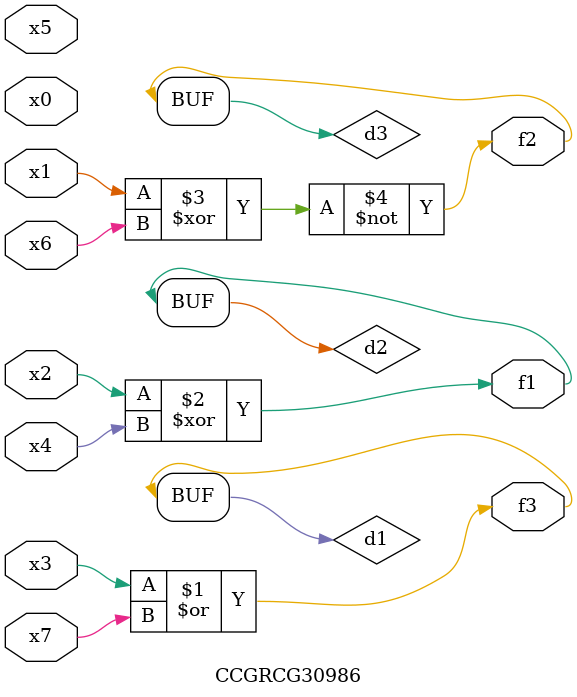
<source format=v>
module CCGRCG30986(
	input x0, x1, x2, x3, x4, x5, x6, x7,
	output f1, f2, f3
);

	wire d1, d2, d3;

	or (d1, x3, x7);
	xor (d2, x2, x4);
	xnor (d3, x1, x6);
	assign f1 = d2;
	assign f2 = d3;
	assign f3 = d1;
endmodule

</source>
